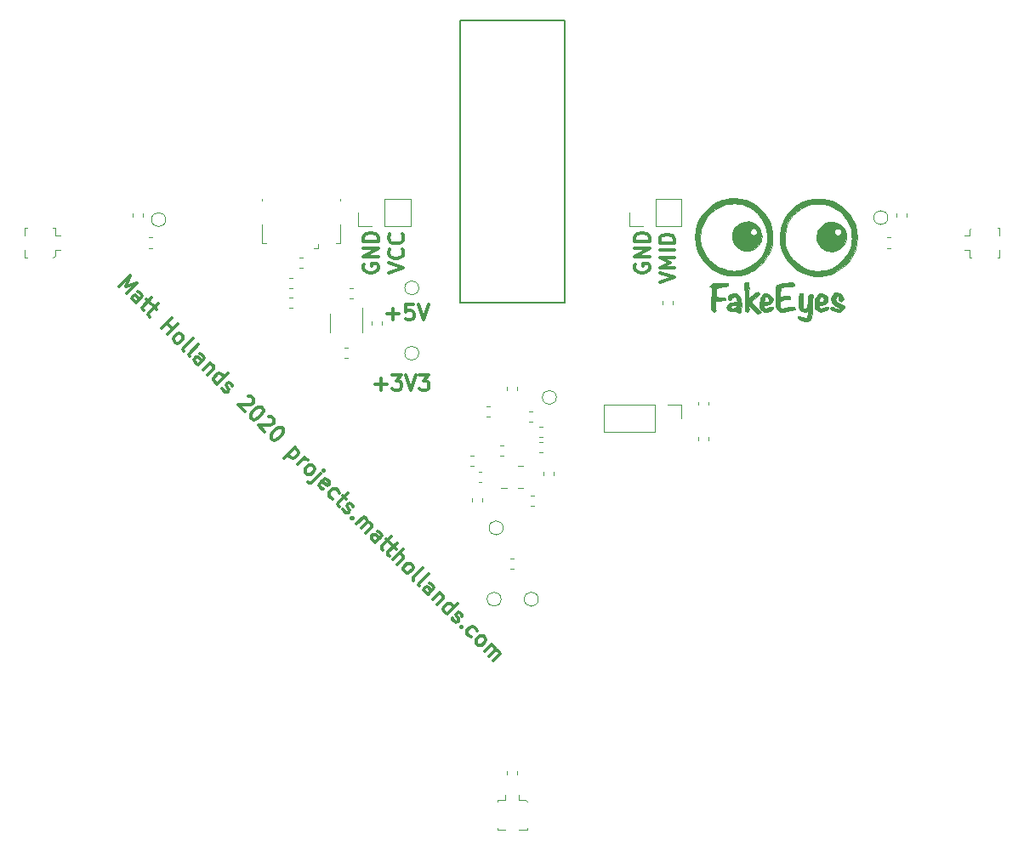
<source format=gbr>
G04 #@! TF.GenerationSoftware,KiCad,Pcbnew,(5.1.5-0-10_14)*
G04 #@! TF.CreationDate,2020-12-29T13:30:18-08:00*
G04 #@! TF.ProjectId,FakeEyes,46616b65-4579-4657-932e-6b696361645f,rev?*
G04 #@! TF.SameCoordinates,Original*
G04 #@! TF.FileFunction,Legend,Top*
G04 #@! TF.FilePolarity,Positive*
%FSLAX46Y46*%
G04 Gerber Fmt 4.6, Leading zero omitted, Abs format (unit mm)*
G04 Created by KiCad (PCBNEW (5.1.5-0-10_14)) date 2020-12-29 13:30:18*
%MOMM*%
%LPD*%
G04 APERTURE LIST*
%ADD10C,0.300000*%
%ADD11C,0.010000*%
%ADD12C,0.120000*%
%ADD13C,0.127000*%
G04 APERTURE END LIST*
D10*
X96357142Y-79107142D02*
X97500000Y-79107142D01*
X96928571Y-79678571D02*
X96928571Y-78535714D01*
X98071428Y-78178571D02*
X99000000Y-78178571D01*
X98500000Y-78750000D01*
X98714285Y-78750000D01*
X98857142Y-78821428D01*
X98928571Y-78892857D01*
X99000000Y-79035714D01*
X99000000Y-79392857D01*
X98928571Y-79535714D01*
X98857142Y-79607142D01*
X98714285Y-79678571D01*
X98285714Y-79678571D01*
X98142857Y-79607142D01*
X98071428Y-79535714D01*
X99428571Y-78178571D02*
X99928571Y-79678571D01*
X100428571Y-78178571D01*
X100785714Y-78178571D02*
X101714285Y-78178571D01*
X101214285Y-78750000D01*
X101428571Y-78750000D01*
X101571428Y-78821428D01*
X101642857Y-78892857D01*
X101714285Y-79035714D01*
X101714285Y-79392857D01*
X101642857Y-79535714D01*
X101571428Y-79607142D01*
X101428571Y-79678571D01*
X101000000Y-79678571D01*
X100857142Y-79607142D01*
X100785714Y-79535714D01*
X97571428Y-72107142D02*
X98714285Y-72107142D01*
X98142857Y-72678571D02*
X98142857Y-71535714D01*
X100142857Y-71178571D02*
X99428571Y-71178571D01*
X99357142Y-71892857D01*
X99428571Y-71821428D01*
X99571428Y-71750000D01*
X99928571Y-71750000D01*
X100071428Y-71821428D01*
X100142857Y-71892857D01*
X100214285Y-72035714D01*
X100214285Y-72392857D01*
X100142857Y-72535714D01*
X100071428Y-72607142D01*
X99928571Y-72678571D01*
X99571428Y-72678571D01*
X99428571Y-72607142D01*
X99357142Y-72535714D01*
X100642857Y-71178571D02*
X101142857Y-72678571D01*
X101642857Y-71178571D01*
X122250000Y-67142857D02*
X122178571Y-67285714D01*
X122178571Y-67500000D01*
X122250000Y-67714285D01*
X122392857Y-67857142D01*
X122535714Y-67928571D01*
X122821428Y-68000000D01*
X123035714Y-68000000D01*
X123321428Y-67928571D01*
X123464285Y-67857142D01*
X123607142Y-67714285D01*
X123678571Y-67500000D01*
X123678571Y-67357142D01*
X123607142Y-67142857D01*
X123535714Y-67071428D01*
X123035714Y-67071428D01*
X123035714Y-67357142D01*
X123678571Y-66428571D02*
X122178571Y-66428571D01*
X123678571Y-65571428D01*
X122178571Y-65571428D01*
X123678571Y-64857142D02*
X122178571Y-64857142D01*
X122178571Y-64500000D01*
X122250000Y-64285714D01*
X122392857Y-64142857D01*
X122535714Y-64071428D01*
X122821428Y-64000000D01*
X123035714Y-64000000D01*
X123321428Y-64071428D01*
X123464285Y-64142857D01*
X123607142Y-64285714D01*
X123678571Y-64500000D01*
X123678571Y-64857142D01*
X124678571Y-68964285D02*
X126178571Y-68464285D01*
X124678571Y-67964285D01*
X126178571Y-67464285D02*
X124678571Y-67464285D01*
X125750000Y-66964285D01*
X124678571Y-66464285D01*
X126178571Y-66464285D01*
X126178571Y-65750000D02*
X124678571Y-65750000D01*
X126178571Y-65035714D02*
X124678571Y-65035714D01*
X124678571Y-64678571D01*
X124750000Y-64464285D01*
X124892857Y-64321428D01*
X125035714Y-64250000D01*
X125321428Y-64178571D01*
X125535714Y-64178571D01*
X125821428Y-64250000D01*
X125964285Y-64321428D01*
X126107142Y-64464285D01*
X126178571Y-64678571D01*
X126178571Y-65035714D01*
X95250000Y-67142857D02*
X95178571Y-67285714D01*
X95178571Y-67500000D01*
X95250000Y-67714285D01*
X95392857Y-67857142D01*
X95535714Y-67928571D01*
X95821428Y-68000000D01*
X96035714Y-68000000D01*
X96321428Y-67928571D01*
X96464285Y-67857142D01*
X96607142Y-67714285D01*
X96678571Y-67500000D01*
X96678571Y-67357142D01*
X96607142Y-67142857D01*
X96535714Y-67071428D01*
X96035714Y-67071428D01*
X96035714Y-67357142D01*
X96678571Y-66428571D02*
X95178571Y-66428571D01*
X96678571Y-65571428D01*
X95178571Y-65571428D01*
X96678571Y-64857142D02*
X95178571Y-64857142D01*
X95178571Y-64500000D01*
X95250000Y-64285714D01*
X95392857Y-64142857D01*
X95535714Y-64071428D01*
X95821428Y-64000000D01*
X96035714Y-64000000D01*
X96321428Y-64071428D01*
X96464285Y-64142857D01*
X96607142Y-64285714D01*
X96678571Y-64500000D01*
X96678571Y-64857142D01*
X97678571Y-68000000D02*
X99178571Y-67500000D01*
X97678571Y-67000000D01*
X99035714Y-65642857D02*
X99107142Y-65714285D01*
X99178571Y-65928571D01*
X99178571Y-66071428D01*
X99107142Y-66285714D01*
X98964285Y-66428571D01*
X98821428Y-66500000D01*
X98535714Y-66571428D01*
X98321428Y-66571428D01*
X98035714Y-66500000D01*
X97892857Y-66428571D01*
X97750000Y-66285714D01*
X97678571Y-66071428D01*
X97678571Y-65928571D01*
X97750000Y-65714285D01*
X97821428Y-65642857D01*
X99035714Y-64142857D02*
X99107142Y-64214285D01*
X99178571Y-64428571D01*
X99178571Y-64571428D01*
X99107142Y-64785714D01*
X98964285Y-64928571D01*
X98821428Y-65000000D01*
X98535714Y-65071428D01*
X98321428Y-65071428D01*
X98035714Y-65000000D01*
X97892857Y-64928571D01*
X97750000Y-64785714D01*
X97678571Y-64571428D01*
X97678571Y-64428571D01*
X97750000Y-64214285D01*
X97821428Y-64142857D01*
X70882863Y-69342508D02*
X71943523Y-68281847D01*
X71539462Y-69393015D01*
X72650630Y-68988954D01*
X71589969Y-70049614D01*
X72549614Y-71009259D02*
X73105198Y-70453675D01*
X73155706Y-70302152D01*
X73105198Y-70150630D01*
X72903168Y-69948599D01*
X72751645Y-69898091D01*
X72600122Y-70958752D02*
X72448599Y-70908244D01*
X72196061Y-70655706D01*
X72145553Y-70504183D01*
X72196061Y-70352660D01*
X72297076Y-70251645D01*
X72448599Y-70201137D01*
X72600122Y-70251645D01*
X72852660Y-70504183D01*
X73004183Y-70554691D01*
X73610274Y-70655706D02*
X74014335Y-71059767D01*
X74115351Y-70453675D02*
X73206213Y-71362813D01*
X73155706Y-71514335D01*
X73206213Y-71665858D01*
X73307229Y-71766874D01*
X74216366Y-71261797D02*
X74620427Y-71665858D01*
X74721442Y-71059767D02*
X73812305Y-71968904D01*
X73761797Y-72120427D01*
X73812305Y-72271950D01*
X73913320Y-72372965D01*
X75074996Y-73534641D02*
X76135656Y-72473980D01*
X75630580Y-72979057D02*
X76236671Y-73585148D01*
X75681087Y-74140732D02*
X76741747Y-73080072D01*
X76337686Y-74797331D02*
X76287179Y-74645808D01*
X76287179Y-74544793D01*
X76337686Y-74393270D01*
X76640732Y-74090224D01*
X76792255Y-74039717D01*
X76893270Y-74039717D01*
X77044793Y-74090224D01*
X77196316Y-74241747D01*
X77246824Y-74393270D01*
X77246824Y-74494285D01*
X77196316Y-74645808D01*
X76893270Y-74948854D01*
X76741747Y-74999362D01*
X76640732Y-74999362D01*
X76489209Y-74948854D01*
X76337686Y-74797331D01*
X77297331Y-75756976D02*
X77246824Y-75605453D01*
X77297331Y-75453930D01*
X78206469Y-74544793D01*
X77852915Y-76312560D02*
X77802408Y-76161037D01*
X77852915Y-76009514D01*
X78762052Y-75100377D01*
X78711545Y-77171190D02*
X79267129Y-76615606D01*
X79317636Y-76464083D01*
X79267129Y-76312560D01*
X79065098Y-76110530D01*
X78913575Y-76060022D01*
X78762052Y-77120682D02*
X78610530Y-77070174D01*
X78357991Y-76817636D01*
X78307484Y-76666113D01*
X78357991Y-76514591D01*
X78459007Y-76413575D01*
X78610530Y-76363068D01*
X78762052Y-76413575D01*
X79014591Y-76666113D01*
X79166113Y-76716621D01*
X79923728Y-76969159D02*
X79216621Y-77676266D01*
X79822713Y-77070174D02*
X79923728Y-77070174D01*
X80075251Y-77120682D01*
X80226774Y-77272205D01*
X80277281Y-77423728D01*
X80226774Y-77575251D01*
X79671190Y-78130835D01*
X80630835Y-79090480D02*
X81691495Y-78029819D01*
X80681342Y-79039972D02*
X80529819Y-78989464D01*
X80327789Y-78787434D01*
X80277281Y-78635911D01*
X80277281Y-78534896D01*
X80327789Y-78383373D01*
X80630835Y-78080327D01*
X80782358Y-78029819D01*
X80883373Y-78029819D01*
X81034896Y-78080327D01*
X81236926Y-78282358D01*
X81287434Y-78433880D01*
X81135911Y-79494541D02*
X81186419Y-79646063D01*
X81388449Y-79848094D01*
X81539972Y-79898602D01*
X81691495Y-79848094D01*
X81742002Y-79797586D01*
X81792510Y-79646063D01*
X81742002Y-79494541D01*
X81590480Y-79343018D01*
X81539972Y-79191495D01*
X81590480Y-79039972D01*
X81640987Y-78989464D01*
X81792510Y-78938957D01*
X81944033Y-78989464D01*
X82095556Y-79140987D01*
X82146063Y-79292510D01*
X83711800Y-80252155D02*
X83812815Y-80252155D01*
X83964338Y-80302663D01*
X84216876Y-80555201D01*
X84267384Y-80706724D01*
X84267384Y-80807739D01*
X84216876Y-80959262D01*
X84115861Y-81060277D01*
X83913830Y-81161292D01*
X82701647Y-81161292D01*
X83358247Y-81817891D01*
X85075506Y-81413830D02*
X85176521Y-81514846D01*
X85227029Y-81666369D01*
X85227029Y-81767384D01*
X85176521Y-81918907D01*
X85024998Y-82171445D01*
X84772460Y-82423983D01*
X84519922Y-82575506D01*
X84368399Y-82626013D01*
X84267384Y-82626013D01*
X84115861Y-82575506D01*
X84014846Y-82474491D01*
X83964338Y-82322968D01*
X83964338Y-82221952D01*
X84014846Y-82070430D01*
X84166369Y-81817891D01*
X84418907Y-81565353D01*
X84671445Y-81413830D01*
X84822968Y-81363323D01*
X84923983Y-81363323D01*
X85075506Y-81413830D01*
X85732105Y-82272460D02*
X85833120Y-82272460D01*
X85984643Y-82322968D01*
X86237181Y-82575506D01*
X86287689Y-82727029D01*
X86287689Y-82828044D01*
X86237181Y-82979567D01*
X86136166Y-83080582D01*
X85934136Y-83181597D01*
X84721952Y-83181597D01*
X85378552Y-83838197D01*
X87095811Y-83434136D02*
X87196826Y-83535151D01*
X87247334Y-83686674D01*
X87247334Y-83787689D01*
X87196826Y-83939212D01*
X87045303Y-84191750D01*
X86792765Y-84444288D01*
X86540227Y-84595811D01*
X86388704Y-84646319D01*
X86287689Y-84646319D01*
X86136166Y-84595811D01*
X86035151Y-84494796D01*
X85984643Y-84343273D01*
X85984643Y-84242258D01*
X86035151Y-84090735D01*
X86186674Y-83838197D01*
X86439212Y-83585658D01*
X86691750Y-83434136D01*
X86843273Y-83383628D01*
X86944288Y-83383628D01*
X87095811Y-83434136D01*
X88358502Y-85403933D02*
X87297841Y-86464593D01*
X88307994Y-85454441D02*
X88459517Y-85504948D01*
X88661547Y-85706979D01*
X88712055Y-85858502D01*
X88712055Y-85959517D01*
X88661547Y-86111040D01*
X88358502Y-86414086D01*
X88206979Y-86464593D01*
X88105963Y-86464593D01*
X87954441Y-86414086D01*
X87752410Y-86212055D01*
X87701902Y-86060532D01*
X88611040Y-87070685D02*
X89318147Y-86363578D01*
X89116116Y-86565608D02*
X89267639Y-86515101D01*
X89368654Y-86515101D01*
X89520177Y-86565608D01*
X89621192Y-86666624D01*
X89419162Y-87878807D02*
X89368654Y-87727284D01*
X89368654Y-87626269D01*
X89419162Y-87474746D01*
X89722208Y-87171700D01*
X89873730Y-87121192D01*
X89974746Y-87121192D01*
X90126269Y-87171700D01*
X90277791Y-87323223D01*
X90328299Y-87474746D01*
X90328299Y-87575761D01*
X90277791Y-87727284D01*
X89974746Y-88030330D01*
X89823223Y-88080837D01*
X89722208Y-88080837D01*
X89570685Y-88030330D01*
X89419162Y-87878807D01*
X90934391Y-87979822D02*
X90025253Y-88888959D01*
X89873730Y-88939467D01*
X89722208Y-88888959D01*
X89671700Y-88838452D01*
X91287944Y-87626269D02*
X91186929Y-87626269D01*
X91186929Y-87727284D01*
X91287944Y-87727284D01*
X91287944Y-87626269D01*
X91186929Y-87727284D01*
X91186929Y-89545558D02*
X91035406Y-89495051D01*
X90833375Y-89293020D01*
X90782868Y-89141497D01*
X90833375Y-88989975D01*
X91237436Y-88585913D01*
X91388959Y-88535406D01*
X91540482Y-88585913D01*
X91742513Y-88787944D01*
X91793020Y-88939467D01*
X91742513Y-89090990D01*
X91641497Y-89192005D01*
X91035406Y-88787944D01*
X92146574Y-90505203D02*
X91995051Y-90454696D01*
X91793020Y-90252665D01*
X91742513Y-90101142D01*
X91742513Y-90000127D01*
X91793020Y-89848604D01*
X92096066Y-89545558D01*
X92247589Y-89495051D01*
X92348604Y-89495051D01*
X92500127Y-89545558D01*
X92702158Y-89747589D01*
X92752665Y-89899112D01*
X93106219Y-90151650D02*
X93510280Y-90555711D01*
X93611295Y-89949619D02*
X92702158Y-90858757D01*
X92651650Y-91010280D01*
X92702158Y-91161802D01*
X92803173Y-91262818D01*
X93156726Y-91515356D02*
X93207234Y-91666879D01*
X93409264Y-91868909D01*
X93560787Y-91919417D01*
X93712310Y-91868909D01*
X93762818Y-91818402D01*
X93813325Y-91666879D01*
X93762818Y-91515356D01*
X93611295Y-91363833D01*
X93560787Y-91212310D01*
X93611295Y-91060787D01*
X93661802Y-91010280D01*
X93813325Y-90959772D01*
X93964848Y-91010280D01*
X94116371Y-91161802D01*
X94166879Y-91313325D01*
X94116371Y-92373986D02*
X94116371Y-92475001D01*
X94015356Y-92475001D01*
X94015356Y-92373986D01*
X94116371Y-92373986D01*
X94015356Y-92475001D01*
X94520432Y-92980077D02*
X95227539Y-92272970D01*
X95126524Y-92373986D02*
X95227539Y-92373986D01*
X95379062Y-92424493D01*
X95530585Y-92576016D01*
X95581092Y-92727539D01*
X95530585Y-92879062D01*
X94975001Y-93434646D01*
X95530585Y-92879062D02*
X95682108Y-92828554D01*
X95833630Y-92879062D01*
X95985153Y-93030585D01*
X96035661Y-93182108D01*
X95985153Y-93333630D01*
X95429569Y-93889214D01*
X96389214Y-94848859D02*
X96944798Y-94293275D01*
X96995306Y-94141752D01*
X96944798Y-93990230D01*
X96742768Y-93788199D01*
X96591245Y-93737691D01*
X96439722Y-94798352D02*
X96288199Y-94747844D01*
X96035661Y-94495306D01*
X95985153Y-94343783D01*
X96035661Y-94192260D01*
X96136676Y-94091245D01*
X96288199Y-94040737D01*
X96439722Y-94091245D01*
X96692260Y-94343783D01*
X96843783Y-94394291D01*
X97449875Y-94495306D02*
X97853936Y-94899367D01*
X97954951Y-94293275D02*
X97045813Y-95202413D01*
X96995306Y-95353936D01*
X97045813Y-95505458D01*
X97146829Y-95606474D01*
X98055966Y-95101397D02*
X98460027Y-95505458D01*
X98561042Y-94899367D02*
X97651905Y-95808504D01*
X97601397Y-95960027D01*
X97651905Y-96111550D01*
X97752920Y-96212565D01*
X98106474Y-96566119D02*
X99167134Y-95505458D01*
X98561042Y-97020687D02*
X99116626Y-96465103D01*
X99167134Y-96313580D01*
X99116626Y-96162058D01*
X98965103Y-96010535D01*
X98813580Y-95960027D01*
X98712565Y-95960027D01*
X99217641Y-97677286D02*
X99167134Y-97525764D01*
X99167134Y-97424748D01*
X99217641Y-97273225D01*
X99520687Y-96970180D01*
X99672210Y-96919672D01*
X99773225Y-96919672D01*
X99924748Y-96970180D01*
X100076271Y-97121702D01*
X100126779Y-97273225D01*
X100126779Y-97374241D01*
X100076271Y-97525764D01*
X99773225Y-97828809D01*
X99621702Y-97879317D01*
X99520687Y-97879317D01*
X99369164Y-97828809D01*
X99217641Y-97677286D01*
X100177286Y-98636931D02*
X100126779Y-98485408D01*
X100177286Y-98333886D01*
X101086424Y-97424748D01*
X100732870Y-99192515D02*
X100682363Y-99040992D01*
X100732870Y-98889469D01*
X101642008Y-97980332D01*
X101591500Y-100051145D02*
X102147084Y-99495561D01*
X102197591Y-99344038D01*
X102147084Y-99192515D01*
X101945053Y-98990485D01*
X101793530Y-98939977D01*
X101642008Y-100000637D02*
X101490485Y-99950130D01*
X101237947Y-99697591D01*
X101187439Y-99546069D01*
X101237947Y-99394546D01*
X101338962Y-99293530D01*
X101490485Y-99243023D01*
X101642008Y-99293530D01*
X101894546Y-99546069D01*
X102046069Y-99596576D01*
X102803683Y-99849114D02*
X102096576Y-100556221D01*
X102702668Y-99950130D02*
X102803683Y-99950130D01*
X102955206Y-100000637D01*
X103106729Y-100152160D01*
X103157236Y-100303683D01*
X103106729Y-100455206D01*
X102551145Y-101010790D01*
X103510790Y-101970435D02*
X104571450Y-100909775D01*
X103561297Y-101919927D02*
X103409775Y-101869419D01*
X103207744Y-101667389D01*
X103157236Y-101515866D01*
X103157236Y-101414851D01*
X103207744Y-101263328D01*
X103510790Y-100960282D01*
X103662313Y-100909775D01*
X103763328Y-100909775D01*
X103914851Y-100960282D01*
X104116881Y-101162313D01*
X104167389Y-101313836D01*
X104015866Y-102374496D02*
X104066374Y-102526019D01*
X104268404Y-102728049D01*
X104419927Y-102778557D01*
X104571450Y-102728049D01*
X104621958Y-102677541D01*
X104672465Y-102526019D01*
X104621958Y-102374496D01*
X104470435Y-102222973D01*
X104419927Y-102071450D01*
X104470435Y-101919927D01*
X104520942Y-101869419D01*
X104672465Y-101818912D01*
X104823988Y-101869419D01*
X104975511Y-102020942D01*
X105026019Y-102172465D01*
X104975511Y-103233125D02*
X104975511Y-103334141D01*
X104874496Y-103334141D01*
X104874496Y-103233125D01*
X104975511Y-103233125D01*
X104874496Y-103334141D01*
X105884648Y-104243278D02*
X105733125Y-104192770D01*
X105531095Y-103990740D01*
X105480587Y-103839217D01*
X105480587Y-103738202D01*
X105531095Y-103586679D01*
X105834141Y-103283633D01*
X105985664Y-103233125D01*
X106086679Y-103233125D01*
X106238202Y-103283633D01*
X106440232Y-103485664D01*
X106490740Y-103637186D01*
X106440232Y-104899877D02*
X106389725Y-104748354D01*
X106389725Y-104647339D01*
X106440232Y-104495816D01*
X106743278Y-104192770D01*
X106894801Y-104142263D01*
X106995816Y-104142263D01*
X107147339Y-104192770D01*
X107298862Y-104344293D01*
X107349369Y-104495816D01*
X107349369Y-104596831D01*
X107298862Y-104748354D01*
X106995816Y-105051400D01*
X106844293Y-105101908D01*
X106743278Y-105101908D01*
X106591755Y-105051400D01*
X106440232Y-104899877D01*
X107248354Y-105707999D02*
X107955461Y-105000892D01*
X107854446Y-105101908D02*
X107955461Y-105101908D01*
X108106984Y-105152415D01*
X108258507Y-105303938D01*
X108309014Y-105455461D01*
X108258507Y-105606984D01*
X107702923Y-106162568D01*
X108258507Y-105606984D02*
X108410030Y-105556476D01*
X108561553Y-105606984D01*
X108713075Y-105758507D01*
X108763583Y-105910030D01*
X108713075Y-106061553D01*
X108157491Y-106617136D01*
D11*
G36*
X133657010Y-62898014D02*
G01*
X133817827Y-62947447D01*
X133954729Y-63005605D01*
X134296347Y-63207982D01*
X134556215Y-63469901D01*
X134731729Y-63787337D01*
X134820285Y-64156264D01*
X134831135Y-64360704D01*
X134819204Y-64603515D01*
X134778026Y-64797353D01*
X134697746Y-64991275D01*
X134489719Y-65308978D01*
X134219903Y-65555621D01*
X133903802Y-65725951D01*
X133556917Y-65814716D01*
X133194753Y-65816662D01*
X132832813Y-65726537D01*
X132700445Y-65668000D01*
X132387882Y-65467743D01*
X132154721Y-65213033D01*
X131986165Y-64887488D01*
X131979368Y-64869594D01*
X131892561Y-64501617D01*
X131900823Y-64133220D01*
X131988555Y-63823982D01*
X133664269Y-63823982D01*
X133674243Y-63994715D01*
X133754296Y-64138205D01*
X133892923Y-64229557D01*
X134012400Y-64249200D01*
X134161561Y-64214752D01*
X134266400Y-64147600D01*
X134357384Y-63997247D01*
X134364585Y-63836143D01*
X134299329Y-63689261D01*
X134172944Y-63581573D01*
X133996758Y-63538054D01*
X133989880Y-63538000D01*
X133828331Y-63568984D01*
X133735880Y-63650903D01*
X133664269Y-63823982D01*
X131988555Y-63823982D01*
X132000556Y-63781682D01*
X132188167Y-63464279D01*
X132297737Y-63339778D01*
X132555385Y-63117433D01*
X132819891Y-62977364D01*
X133125305Y-62903951D01*
X133281029Y-62888768D01*
X133494534Y-62881308D01*
X133657010Y-62898014D01*
G37*
X133657010Y-62898014D02*
X133817827Y-62947447D01*
X133954729Y-63005605D01*
X134296347Y-63207982D01*
X134556215Y-63469901D01*
X134731729Y-63787337D01*
X134820285Y-64156264D01*
X134831135Y-64360704D01*
X134819204Y-64603515D01*
X134778026Y-64797353D01*
X134697746Y-64991275D01*
X134489719Y-65308978D01*
X134219903Y-65555621D01*
X133903802Y-65725951D01*
X133556917Y-65814716D01*
X133194753Y-65816662D01*
X132832813Y-65726537D01*
X132700445Y-65668000D01*
X132387882Y-65467743D01*
X132154721Y-65213033D01*
X131986165Y-64887488D01*
X131979368Y-64869594D01*
X131892561Y-64501617D01*
X131900823Y-64133220D01*
X131988555Y-63823982D01*
X133664269Y-63823982D01*
X133674243Y-63994715D01*
X133754296Y-64138205D01*
X133892923Y-64229557D01*
X134012400Y-64249200D01*
X134161561Y-64214752D01*
X134266400Y-64147600D01*
X134357384Y-63997247D01*
X134364585Y-63836143D01*
X134299329Y-63689261D01*
X134172944Y-63581573D01*
X133996758Y-63538054D01*
X133989880Y-63538000D01*
X133828331Y-63568984D01*
X133735880Y-63650903D01*
X133664269Y-63823982D01*
X131988555Y-63823982D01*
X132000556Y-63781682D01*
X132188167Y-63464279D01*
X132297737Y-63339778D01*
X132555385Y-63117433D01*
X132819891Y-62977364D01*
X133125305Y-62903951D01*
X133281029Y-62888768D01*
X133494534Y-62881308D01*
X133657010Y-62898014D01*
G36*
X142274036Y-62991273D02*
G01*
X142418618Y-63052596D01*
X142736588Y-63261225D01*
X142983391Y-63533626D01*
X143152871Y-63855498D01*
X143238873Y-64212536D01*
X143235242Y-64590437D01*
X143184368Y-64832082D01*
X143058152Y-65112509D01*
X142858770Y-65377332D01*
X142611139Y-65601132D01*
X142340178Y-65758489D01*
X142241359Y-65794083D01*
X141846452Y-65865862D01*
X141476297Y-65839525D01*
X141268462Y-65777389D01*
X140960505Y-65626665D01*
X140724222Y-65436429D01*
X140573062Y-65249125D01*
X140409059Y-64952762D01*
X140323981Y-64644607D01*
X140304831Y-64353207D01*
X140353022Y-63992981D01*
X140381933Y-63922266D01*
X142058986Y-63922266D01*
X142079243Y-64040995D01*
X142172929Y-64180464D01*
X142322082Y-64260519D01*
X142494483Y-64273064D01*
X142657914Y-64210005D01*
X142681231Y-64192232D01*
X142763199Y-64065717D01*
X142776064Y-63906186D01*
X142727452Y-63747220D01*
X142624988Y-63622400D01*
X142541795Y-63578182D01*
X142359524Y-63563033D01*
X142204779Y-63628857D01*
X142097840Y-63755365D01*
X142058986Y-63922266D01*
X140381933Y-63922266D01*
X140484941Y-63670320D01*
X140687003Y-63393582D01*
X140945626Y-63171125D01*
X141247224Y-63011308D01*
X141578214Y-62922488D01*
X141925013Y-62913023D01*
X142274036Y-62991273D01*
G37*
X142274036Y-62991273D02*
X142418618Y-63052596D01*
X142736588Y-63261225D01*
X142983391Y-63533626D01*
X143152871Y-63855498D01*
X143238873Y-64212536D01*
X143235242Y-64590437D01*
X143184368Y-64832082D01*
X143058152Y-65112509D01*
X142858770Y-65377332D01*
X142611139Y-65601132D01*
X142340178Y-65758489D01*
X142241359Y-65794083D01*
X141846452Y-65865862D01*
X141476297Y-65839525D01*
X141268462Y-65777389D01*
X140960505Y-65626665D01*
X140724222Y-65436429D01*
X140573062Y-65249125D01*
X140409059Y-64952762D01*
X140323981Y-64644607D01*
X140304831Y-64353207D01*
X140353022Y-63992981D01*
X140381933Y-63922266D01*
X142058986Y-63922266D01*
X142079243Y-64040995D01*
X142172929Y-64180464D01*
X142322082Y-64260519D01*
X142494483Y-64273064D01*
X142657914Y-64210005D01*
X142681231Y-64192232D01*
X142763199Y-64065717D01*
X142776064Y-63906186D01*
X142727452Y-63747220D01*
X142624988Y-63622400D01*
X142541795Y-63578182D01*
X142359524Y-63563033D01*
X142204779Y-63628857D01*
X142097840Y-63755365D01*
X142058986Y-63922266D01*
X140381933Y-63922266D01*
X140484941Y-63670320D01*
X140687003Y-63393582D01*
X140945626Y-63171125D01*
X141247224Y-63011308D01*
X141578214Y-62922488D01*
X141925013Y-62913023D01*
X142274036Y-62991273D01*
G36*
X132700295Y-60623166D02*
G01*
X133247907Y-60757393D01*
X133764912Y-60963018D01*
X134012582Y-61096187D01*
X134517684Y-61452593D01*
X134952289Y-61874638D01*
X135312269Y-62352153D01*
X135593495Y-62874972D01*
X135791837Y-63432927D01*
X135903167Y-64015851D01*
X135923356Y-64613576D01*
X135848275Y-65215936D01*
X135787575Y-65467009D01*
X135628335Y-65932651D01*
X135416712Y-66351786D01*
X135137669Y-66749442D01*
X134776170Y-67150651D01*
X134776088Y-67150734D01*
X134556924Y-67366633D01*
X134378533Y-67526408D01*
X134214308Y-67649973D01*
X134037636Y-67757244D01*
X133821909Y-67868133D01*
X133809200Y-67874335D01*
X133568334Y-67984767D01*
X133322270Y-68086139D01*
X133108668Y-68163385D01*
X133021800Y-68189313D01*
X132787765Y-68234476D01*
X132493607Y-68267931D01*
X132173819Y-68288011D01*
X131862895Y-68293051D01*
X131595329Y-68281383D01*
X131463807Y-68264568D01*
X130843087Y-68105837D01*
X130280856Y-67865911D01*
X129770264Y-67541398D01*
X129440193Y-67262362D01*
X129014280Y-66804793D01*
X128681905Y-66317447D01*
X128436558Y-65788249D01*
X128271733Y-65205125D01*
X128239999Y-65035737D01*
X128187786Y-64429638D01*
X128194197Y-64346608D01*
X128717130Y-64346608D01*
X128726175Y-64738526D01*
X128767938Y-65099714D01*
X128803539Y-65265200D01*
X128994667Y-65799037D01*
X129270668Y-66288855D01*
X129621529Y-66725319D01*
X130037239Y-67099092D01*
X130507785Y-67400840D01*
X131023157Y-67621226D01*
X131447000Y-67730118D01*
X131798088Y-67782222D01*
X132108426Y-67794473D01*
X132430184Y-67767009D01*
X132640800Y-67733259D01*
X133206363Y-67581907D01*
X133728314Y-67340491D01*
X134199342Y-67012953D01*
X134497254Y-66731984D01*
X134853130Y-66283072D01*
X135121691Y-65795106D01*
X135303064Y-65279244D01*
X135397377Y-64746645D01*
X135404757Y-64208466D01*
X135325334Y-63675866D01*
X135159234Y-63160004D01*
X134906586Y-62672039D01*
X134567518Y-62223127D01*
X134444068Y-62092827D01*
X134058456Y-61750916D01*
X133653840Y-61486339D01*
X133194758Y-61276171D01*
X133161070Y-61263430D01*
X132863224Y-61181452D01*
X132502113Y-61126998D01*
X132112733Y-61101761D01*
X131730082Y-61107437D01*
X131389157Y-61145719D01*
X131267538Y-61171748D01*
X130716041Y-61362896D01*
X130213821Y-61638862D01*
X129768923Y-61991608D01*
X129389392Y-62413093D01*
X129083275Y-62895279D01*
X128858616Y-63430126D01*
X128797790Y-63639600D01*
X128740952Y-63966214D01*
X128717130Y-64346608D01*
X128194197Y-64346608D01*
X128234025Y-63830827D01*
X128375593Y-63248810D01*
X128609364Y-62693092D01*
X128932217Y-62173178D01*
X129334593Y-61704993D01*
X129803001Y-61300684D01*
X130312343Y-60986197D01*
X130870101Y-60757888D01*
X131483759Y-60612114D01*
X131620796Y-60591596D01*
X132148962Y-60566010D01*
X132700295Y-60623166D01*
G37*
X132700295Y-60623166D02*
X133247907Y-60757393D01*
X133764912Y-60963018D01*
X134012582Y-61096187D01*
X134517684Y-61452593D01*
X134952289Y-61874638D01*
X135312269Y-62352153D01*
X135593495Y-62874972D01*
X135791837Y-63432927D01*
X135903167Y-64015851D01*
X135923356Y-64613576D01*
X135848275Y-65215936D01*
X135787575Y-65467009D01*
X135628335Y-65932651D01*
X135416712Y-66351786D01*
X135137669Y-66749442D01*
X134776170Y-67150651D01*
X134776088Y-67150734D01*
X134556924Y-67366633D01*
X134378533Y-67526408D01*
X134214308Y-67649973D01*
X134037636Y-67757244D01*
X133821909Y-67868133D01*
X133809200Y-67874335D01*
X133568334Y-67984767D01*
X133322270Y-68086139D01*
X133108668Y-68163385D01*
X133021800Y-68189313D01*
X132787765Y-68234476D01*
X132493607Y-68267931D01*
X132173819Y-68288011D01*
X131862895Y-68293051D01*
X131595329Y-68281383D01*
X131463807Y-68264568D01*
X130843087Y-68105837D01*
X130280856Y-67865911D01*
X129770264Y-67541398D01*
X129440193Y-67262362D01*
X129014280Y-66804793D01*
X128681905Y-66317447D01*
X128436558Y-65788249D01*
X128271733Y-65205125D01*
X128239999Y-65035737D01*
X128187786Y-64429638D01*
X128194197Y-64346608D01*
X128717130Y-64346608D01*
X128726175Y-64738526D01*
X128767938Y-65099714D01*
X128803539Y-65265200D01*
X128994667Y-65799037D01*
X129270668Y-66288855D01*
X129621529Y-66725319D01*
X130037239Y-67099092D01*
X130507785Y-67400840D01*
X131023157Y-67621226D01*
X131447000Y-67730118D01*
X131798088Y-67782222D01*
X132108426Y-67794473D01*
X132430184Y-67767009D01*
X132640800Y-67733259D01*
X133206363Y-67581907D01*
X133728314Y-67340491D01*
X134199342Y-67012953D01*
X134497254Y-66731984D01*
X134853130Y-66283072D01*
X135121691Y-65795106D01*
X135303064Y-65279244D01*
X135397377Y-64746645D01*
X135404757Y-64208466D01*
X135325334Y-63675866D01*
X135159234Y-63160004D01*
X134906586Y-62672039D01*
X134567518Y-62223127D01*
X134444068Y-62092827D01*
X134058456Y-61750916D01*
X133653840Y-61486339D01*
X133194758Y-61276171D01*
X133161070Y-61263430D01*
X132863224Y-61181452D01*
X132502113Y-61126998D01*
X132112733Y-61101761D01*
X131730082Y-61107437D01*
X131389157Y-61145719D01*
X131267538Y-61171748D01*
X130716041Y-61362896D01*
X130213821Y-61638862D01*
X129768923Y-61991608D01*
X129389392Y-62413093D01*
X129083275Y-62895279D01*
X128858616Y-63430126D01*
X128797790Y-63639600D01*
X128740952Y-63966214D01*
X128717130Y-64346608D01*
X128194197Y-64346608D01*
X128234025Y-63830827D01*
X128375593Y-63248810D01*
X128609364Y-62693092D01*
X128932217Y-62173178D01*
X129334593Y-61704993D01*
X129803001Y-61300684D01*
X130312343Y-60986197D01*
X130870101Y-60757888D01*
X131483759Y-60612114D01*
X131620796Y-60591596D01*
X132148962Y-60566010D01*
X132700295Y-60623166D01*
G36*
X140871074Y-60619923D02*
G01*
X141463368Y-60728106D01*
X142028920Y-60927562D01*
X142557076Y-61213202D01*
X143037183Y-61579935D01*
X143458588Y-62022671D01*
X143594039Y-62199913D01*
X143914797Y-62729083D01*
X144144077Y-63290438D01*
X144281979Y-63873082D01*
X144328606Y-64466114D01*
X144284059Y-65058634D01*
X144148440Y-65639744D01*
X143921849Y-66198545D01*
X143604390Y-66724136D01*
X143551214Y-66796422D01*
X143156013Y-67240233D01*
X142693813Y-67619510D01*
X142179607Y-67926164D01*
X141628387Y-68152107D01*
X141055145Y-68289251D01*
X140718000Y-68324946D01*
X140524215Y-68327872D01*
X140281019Y-68320729D01*
X140039935Y-68305060D01*
X140032200Y-68304379D01*
X139458997Y-68202927D01*
X138906059Y-68004452D01*
X138381560Y-67712810D01*
X137893678Y-67331857D01*
X137815530Y-67259028D01*
X137385000Y-66785048D01*
X137049884Y-66276328D01*
X136809613Y-65731437D01*
X136663615Y-65148942D01*
X136611321Y-64527413D01*
X136617309Y-64251528D01*
X136617723Y-64248359D01*
X137121263Y-64248359D01*
X137131285Y-64804428D01*
X137191603Y-65178971D01*
X137355533Y-65702273D01*
X137604992Y-66194645D01*
X137928715Y-66641517D01*
X138315435Y-67028320D01*
X138753886Y-67340485D01*
X138940629Y-67440895D01*
X139169825Y-67546092D01*
X139403320Y-67641485D01*
X139600733Y-67710907D01*
X139651200Y-67725393D01*
X139904922Y-67770246D01*
X140221186Y-67794782D01*
X140562968Y-67798930D01*
X140893248Y-67782619D01*
X141175003Y-67745776D01*
X141253426Y-67728495D01*
X141790337Y-67542048D01*
X142284903Y-67270481D01*
X142727366Y-66923769D01*
X143107967Y-66511889D01*
X143416949Y-66044816D01*
X143644551Y-65532527D01*
X143743603Y-65182843D01*
X143791945Y-64907401D01*
X143810919Y-64626153D01*
X143803517Y-64293412D01*
X143802762Y-64279270D01*
X143734599Y-63724757D01*
X143589203Y-63224579D01*
X143359736Y-62763525D01*
X143039360Y-62326385D01*
X142816263Y-62084920D01*
X142584492Y-61866817D01*
X142362806Y-61698670D01*
X142106618Y-61548465D01*
X141978063Y-61483056D01*
X141447082Y-61263584D01*
X140929299Y-61139485D01*
X140409393Y-61108615D01*
X139872046Y-61168832D01*
X139814158Y-61180317D01*
X139265281Y-61342179D01*
X138764764Y-61586103D01*
X138318751Y-61902719D01*
X137933385Y-62282663D01*
X137614810Y-62716565D01*
X137369169Y-63195060D01*
X137202605Y-63708781D01*
X137121263Y-64248359D01*
X136617723Y-64248359D01*
X136697575Y-63637461D01*
X136870022Y-63054949D01*
X137128695Y-62513021D01*
X137467643Y-62020707D01*
X137880913Y-61587037D01*
X138362552Y-61221041D01*
X138762200Y-60997769D01*
X139168945Y-60822050D01*
X139553198Y-60704898D01*
X139960225Y-60634557D01*
X140262689Y-60608104D01*
X140871074Y-60619923D01*
G37*
X140871074Y-60619923D02*
X141463368Y-60728106D01*
X142028920Y-60927562D01*
X142557076Y-61213202D01*
X143037183Y-61579935D01*
X143458588Y-62022671D01*
X143594039Y-62199913D01*
X143914797Y-62729083D01*
X144144077Y-63290438D01*
X144281979Y-63873082D01*
X144328606Y-64466114D01*
X144284059Y-65058634D01*
X144148440Y-65639744D01*
X143921849Y-66198545D01*
X143604390Y-66724136D01*
X143551214Y-66796422D01*
X143156013Y-67240233D01*
X142693813Y-67619510D01*
X142179607Y-67926164D01*
X141628387Y-68152107D01*
X141055145Y-68289251D01*
X140718000Y-68324946D01*
X140524215Y-68327872D01*
X140281019Y-68320729D01*
X140039935Y-68305060D01*
X140032200Y-68304379D01*
X139458997Y-68202927D01*
X138906059Y-68004452D01*
X138381560Y-67712810D01*
X137893678Y-67331857D01*
X137815530Y-67259028D01*
X137385000Y-66785048D01*
X137049884Y-66276328D01*
X136809613Y-65731437D01*
X136663615Y-65148942D01*
X136611321Y-64527413D01*
X136617309Y-64251528D01*
X136617723Y-64248359D01*
X137121263Y-64248359D01*
X137131285Y-64804428D01*
X137191603Y-65178971D01*
X137355533Y-65702273D01*
X137604992Y-66194645D01*
X137928715Y-66641517D01*
X138315435Y-67028320D01*
X138753886Y-67340485D01*
X138940629Y-67440895D01*
X139169825Y-67546092D01*
X139403320Y-67641485D01*
X139600733Y-67710907D01*
X139651200Y-67725393D01*
X139904922Y-67770246D01*
X140221186Y-67794782D01*
X140562968Y-67798930D01*
X140893248Y-67782619D01*
X141175003Y-67745776D01*
X141253426Y-67728495D01*
X141790337Y-67542048D01*
X142284903Y-67270481D01*
X142727366Y-66923769D01*
X143107967Y-66511889D01*
X143416949Y-66044816D01*
X143644551Y-65532527D01*
X143743603Y-65182843D01*
X143791945Y-64907401D01*
X143810919Y-64626153D01*
X143803517Y-64293412D01*
X143802762Y-64279270D01*
X143734599Y-63724757D01*
X143589203Y-63224579D01*
X143359736Y-62763525D01*
X143039360Y-62326385D01*
X142816263Y-62084920D01*
X142584492Y-61866817D01*
X142362806Y-61698670D01*
X142106618Y-61548465D01*
X141978063Y-61483056D01*
X141447082Y-61263584D01*
X140929299Y-61139485D01*
X140409393Y-61108615D01*
X139872046Y-61168832D01*
X139814158Y-61180317D01*
X139265281Y-61342179D01*
X138764764Y-61586103D01*
X138318751Y-61902719D01*
X137933385Y-62282663D01*
X137614810Y-62716565D01*
X137369169Y-63195060D01*
X137202605Y-63708781D01*
X137121263Y-64248359D01*
X136617723Y-64248359D01*
X136697575Y-63637461D01*
X136870022Y-63054949D01*
X137128695Y-62513021D01*
X137467643Y-62020707D01*
X137880913Y-61587037D01*
X138362552Y-61221041D01*
X138762200Y-60997769D01*
X139168945Y-60822050D01*
X139553198Y-60704898D01*
X139960225Y-60634557D01*
X140262689Y-60608104D01*
X140871074Y-60619923D01*
G36*
X140881021Y-70059619D02*
G01*
X140950642Y-70087754D01*
X141204089Y-70235481D01*
X141364134Y-70411814D01*
X141428067Y-70613589D01*
X141429200Y-70646114D01*
X141384510Y-70869616D01*
X141257235Y-71043311D01*
X141057564Y-71158806D01*
X140795684Y-71207711D01*
X140745922Y-71208800D01*
X140585037Y-71223982D01*
X140517866Y-71274682D01*
X140540397Y-71368633D01*
X140611007Y-71468755D01*
X140707214Y-71587566D01*
X140980289Y-71474383D01*
X141208120Y-71393977D01*
X141379359Y-71362766D01*
X141481106Y-71382624D01*
X141496437Y-71399300D01*
X141500566Y-71496622D01*
X141430173Y-71611324D01*
X141303555Y-71719468D01*
X141214160Y-71768582D01*
X140944091Y-71850337D01*
X140673268Y-71860427D01*
X140433484Y-71798898D01*
X140373833Y-71767386D01*
X140249274Y-71665388D01*
X140163895Y-71549577D01*
X140157933Y-71535669D01*
X140113935Y-71316813D01*
X140115695Y-71045285D01*
X140157336Y-70757470D01*
X140567221Y-70757470D01*
X140590373Y-70858346D01*
X140599466Y-70870133D01*
X140691467Y-70901854D01*
X140825580Y-70888724D01*
X140924539Y-70851412D01*
X140998502Y-70761756D01*
X141022735Y-70628643D01*
X140992746Y-70499591D01*
X140961840Y-70456960D01*
X140847468Y-70401237D01*
X140718452Y-70412855D01*
X140622569Y-70486630D01*
X140618187Y-70494260D01*
X140577295Y-70619976D01*
X140567221Y-70757470D01*
X140157336Y-70757470D01*
X140157544Y-70756036D01*
X140233815Y-70484019D01*
X140338838Y-70264184D01*
X140371629Y-70218004D01*
X140522035Y-70073998D01*
X140684997Y-70022741D01*
X140881021Y-70059619D01*
G37*
X140881021Y-70059619D02*
X140950642Y-70087754D01*
X141204089Y-70235481D01*
X141364134Y-70411814D01*
X141428067Y-70613589D01*
X141429200Y-70646114D01*
X141384510Y-70869616D01*
X141257235Y-71043311D01*
X141057564Y-71158806D01*
X140795684Y-71207711D01*
X140745922Y-71208800D01*
X140585037Y-71223982D01*
X140517866Y-71274682D01*
X140540397Y-71368633D01*
X140611007Y-71468755D01*
X140707214Y-71587566D01*
X140980289Y-71474383D01*
X141208120Y-71393977D01*
X141379359Y-71362766D01*
X141481106Y-71382624D01*
X141496437Y-71399300D01*
X141500566Y-71496622D01*
X141430173Y-71611324D01*
X141303555Y-71719468D01*
X141214160Y-71768582D01*
X140944091Y-71850337D01*
X140673268Y-71860427D01*
X140433484Y-71798898D01*
X140373833Y-71767386D01*
X140249274Y-71665388D01*
X140163895Y-71549577D01*
X140157933Y-71535669D01*
X140113935Y-71316813D01*
X140115695Y-71045285D01*
X140157336Y-70757470D01*
X140567221Y-70757470D01*
X140590373Y-70858346D01*
X140599466Y-70870133D01*
X140691467Y-70901854D01*
X140825580Y-70888724D01*
X140924539Y-70851412D01*
X140998502Y-70761756D01*
X141022735Y-70628643D01*
X140992746Y-70499591D01*
X140961840Y-70456960D01*
X140847468Y-70401237D01*
X140718452Y-70412855D01*
X140622569Y-70486630D01*
X140618187Y-70494260D01*
X140577295Y-70619976D01*
X140567221Y-70757470D01*
X140157336Y-70757470D01*
X140157544Y-70756036D01*
X140233815Y-70484019D01*
X140338838Y-70264184D01*
X140371629Y-70218004D01*
X140522035Y-70073998D01*
X140684997Y-70022741D01*
X140881021Y-70059619D01*
G36*
X135314544Y-70027751D02*
G01*
X135394026Y-70057292D01*
X135629654Y-70179966D01*
X135821332Y-70342267D01*
X135941538Y-70520457D01*
X135947103Y-70534317D01*
X135967047Y-70660870D01*
X135923550Y-70807937D01*
X135905853Y-70845427D01*
X135754714Y-71043234D01*
X135536957Y-71169223D01*
X135263737Y-71216960D01*
X135262004Y-71216996D01*
X135101202Y-71233945D01*
X135034357Y-71282681D01*
X135056313Y-71372652D01*
X135124607Y-71468755D01*
X135220814Y-71587566D01*
X135493889Y-71474383D01*
X135664972Y-71411640D01*
X135814831Y-71370539D01*
X135883656Y-71361200D01*
X135966842Y-71378239D01*
X135988248Y-71449492D01*
X135984274Y-71500900D01*
X135922501Y-71627196D01*
X135784062Y-71734015D01*
X135593160Y-71814033D01*
X135374000Y-71859926D01*
X135150786Y-71864371D01*
X134947721Y-71820043D01*
X134939821Y-71816935D01*
X134837425Y-71743977D01*
X134734740Y-71624667D01*
X134721337Y-71604255D01*
X134642652Y-71394894D01*
X134620596Y-71133176D01*
X134649404Y-70846931D01*
X134672772Y-70757470D01*
X135080821Y-70757470D01*
X135103973Y-70858346D01*
X135113066Y-70870133D01*
X135205067Y-70901854D01*
X135339180Y-70888724D01*
X135438139Y-70851412D01*
X135512102Y-70761756D01*
X135536335Y-70628643D01*
X135506346Y-70499591D01*
X135475440Y-70456960D01*
X135361068Y-70401237D01*
X135232052Y-70412855D01*
X135136169Y-70486630D01*
X135131787Y-70494260D01*
X135090895Y-70619976D01*
X135080821Y-70757470D01*
X134672772Y-70757470D01*
X134723313Y-70563988D01*
X134836560Y-70312177D01*
X134983381Y-70119327D01*
X135038426Y-70073217D01*
X135129436Y-70014698D01*
X135207268Y-70000179D01*
X135314544Y-70027751D01*
G37*
X135314544Y-70027751D02*
X135394026Y-70057292D01*
X135629654Y-70179966D01*
X135821332Y-70342267D01*
X135941538Y-70520457D01*
X135947103Y-70534317D01*
X135967047Y-70660870D01*
X135923550Y-70807937D01*
X135905853Y-70845427D01*
X135754714Y-71043234D01*
X135536957Y-71169223D01*
X135263737Y-71216960D01*
X135262004Y-71216996D01*
X135101202Y-71233945D01*
X135034357Y-71282681D01*
X135056313Y-71372652D01*
X135124607Y-71468755D01*
X135220814Y-71587566D01*
X135493889Y-71474383D01*
X135664972Y-71411640D01*
X135814831Y-71370539D01*
X135883656Y-71361200D01*
X135966842Y-71378239D01*
X135988248Y-71449492D01*
X135984274Y-71500900D01*
X135922501Y-71627196D01*
X135784062Y-71734015D01*
X135593160Y-71814033D01*
X135374000Y-71859926D01*
X135150786Y-71864371D01*
X134947721Y-71820043D01*
X134939821Y-71816935D01*
X134837425Y-71743977D01*
X134734740Y-71624667D01*
X134721337Y-71604255D01*
X134642652Y-71394894D01*
X134620596Y-71133176D01*
X134649404Y-70846931D01*
X134672772Y-70757470D01*
X135080821Y-70757470D01*
X135103973Y-70858346D01*
X135113066Y-70870133D01*
X135205067Y-70901854D01*
X135339180Y-70888724D01*
X135438139Y-70851412D01*
X135512102Y-70761756D01*
X135536335Y-70628643D01*
X135506346Y-70499591D01*
X135475440Y-70456960D01*
X135361068Y-70401237D01*
X135232052Y-70412855D01*
X135136169Y-70486630D01*
X135131787Y-70494260D01*
X135090895Y-70619976D01*
X135080821Y-70757470D01*
X134672772Y-70757470D01*
X134723313Y-70563988D01*
X134836560Y-70312177D01*
X134983381Y-70119327D01*
X135038426Y-70073217D01*
X135129436Y-70014698D01*
X135207268Y-70000179D01*
X135314544Y-70027751D01*
G36*
X130154868Y-69025753D02*
G01*
X130256836Y-69054248D01*
X130391934Y-69062347D01*
X130584395Y-69050139D01*
X130778613Y-69028004D01*
X131091851Y-69000257D01*
X131314951Y-69008489D01*
X131453250Y-69053942D01*
X131512086Y-69137858D01*
X131512825Y-69198713D01*
X131491579Y-69255675D01*
X131433012Y-69293480D01*
X131315134Y-69320563D01*
X131136254Y-69343169D01*
X130914954Y-69373194D01*
X130698677Y-69412186D01*
X130552449Y-69446889D01*
X130424593Y-69488541D01*
X130353935Y-69538791D01*
X130316909Y-69628294D01*
X130289949Y-69787706D01*
X130289831Y-69788519D01*
X130269071Y-69983065D01*
X130261501Y-70167200D01*
X130264036Y-70241457D01*
X130278600Y-70417115D01*
X130664442Y-70419257D01*
X130924266Y-70433157D01*
X131095955Y-70474514D01*
X131190371Y-70547940D01*
X131218400Y-70654380D01*
X131208375Y-70697925D01*
X131166103Y-70726685D01*
X131073287Y-70744652D01*
X130911631Y-70755818D01*
X130723100Y-70762460D01*
X130227800Y-70777000D01*
X130212876Y-71175515D01*
X130212536Y-71412931D01*
X130230698Y-71577262D01*
X130257196Y-71645415D01*
X130283889Y-71736123D01*
X130229180Y-71815944D01*
X130112753Y-71863749D01*
X130048749Y-71869200D01*
X129939385Y-71847321D01*
X129872816Y-71762843D01*
X129851769Y-71709219D01*
X129814928Y-71535655D01*
X129799205Y-71283091D01*
X129804621Y-70945853D01*
X129831194Y-70518268D01*
X129856776Y-70221609D01*
X129880947Y-69940208D01*
X129891994Y-69745572D01*
X129889904Y-69623713D01*
X129874663Y-69560644D01*
X129856121Y-69543973D01*
X129761925Y-69486394D01*
X129677765Y-69398483D01*
X129643600Y-69324482D01*
X129684717Y-69270273D01*
X129770600Y-69218356D01*
X129864275Y-69154434D01*
X129897600Y-69095443D01*
X129934967Y-69010258D01*
X130039246Y-68992574D01*
X130154868Y-69025753D01*
G37*
X130154868Y-69025753D02*
X130256836Y-69054248D01*
X130391934Y-69062347D01*
X130584395Y-69050139D01*
X130778613Y-69028004D01*
X131091851Y-69000257D01*
X131314951Y-69008489D01*
X131453250Y-69053942D01*
X131512086Y-69137858D01*
X131512825Y-69198713D01*
X131491579Y-69255675D01*
X131433012Y-69293480D01*
X131315134Y-69320563D01*
X131136254Y-69343169D01*
X130914954Y-69373194D01*
X130698677Y-69412186D01*
X130552449Y-69446889D01*
X130424593Y-69488541D01*
X130353935Y-69538791D01*
X130316909Y-69628294D01*
X130289949Y-69787706D01*
X130289831Y-69788519D01*
X130269071Y-69983065D01*
X130261501Y-70167200D01*
X130264036Y-70241457D01*
X130278600Y-70417115D01*
X130664442Y-70419257D01*
X130924266Y-70433157D01*
X131095955Y-70474514D01*
X131190371Y-70547940D01*
X131218400Y-70654380D01*
X131208375Y-70697925D01*
X131166103Y-70726685D01*
X131073287Y-70744652D01*
X130911631Y-70755818D01*
X130723100Y-70762460D01*
X130227800Y-70777000D01*
X130212876Y-71175515D01*
X130212536Y-71412931D01*
X130230698Y-71577262D01*
X130257196Y-71645415D01*
X130283889Y-71736123D01*
X130229180Y-71815944D01*
X130112753Y-71863749D01*
X130048749Y-71869200D01*
X129939385Y-71847321D01*
X129872816Y-71762843D01*
X129851769Y-71709219D01*
X129814928Y-71535655D01*
X129799205Y-71283091D01*
X129804621Y-70945853D01*
X129831194Y-70518268D01*
X129856776Y-70221609D01*
X129880947Y-69940208D01*
X129891994Y-69745572D01*
X129889904Y-69623713D01*
X129874663Y-69560644D01*
X129856121Y-69543973D01*
X129761925Y-69486394D01*
X129677765Y-69398483D01*
X129643600Y-69324482D01*
X129684717Y-69270273D01*
X129770600Y-69218356D01*
X129864275Y-69154434D01*
X129897600Y-69095443D01*
X129934967Y-69010258D01*
X130039246Y-68992574D01*
X130154868Y-69025753D01*
G36*
X142541115Y-70028226D02*
G01*
X142728294Y-70128236D01*
X142873316Y-70267250D01*
X142943372Y-70408409D01*
X142965433Y-70604447D01*
X142923155Y-70754076D01*
X142824253Y-70839727D01*
X142748028Y-70853200D01*
X142623553Y-70832482D01*
X142553460Y-70757909D01*
X142524975Y-70610856D01*
X142522350Y-70524161D01*
X142510231Y-70385334D01*
X142467405Y-70318958D01*
X142423157Y-70302737D01*
X142312620Y-70325918D01*
X142230884Y-70429220D01*
X142192424Y-70592179D01*
X142191200Y-70630622D01*
X142207090Y-70742718D01*
X142264537Y-70839632D01*
X142378205Y-70934656D01*
X142562757Y-71041084D01*
X142740906Y-71128982D01*
X142946769Y-71242482D01*
X143060060Y-71348477D01*
X143088022Y-71458438D01*
X143037894Y-71583837D01*
X143032905Y-71591579D01*
X142865051Y-71760782D01*
X142640858Y-71864808D01*
X142387859Y-71895828D01*
X142135626Y-71846779D01*
X141892270Y-71747208D01*
X141736625Y-71661054D01*
X141657123Y-71580142D01*
X141641951Y-71497967D01*
X141696920Y-71404657D01*
X141805544Y-71367813D01*
X141934791Y-71390902D01*
X142032889Y-71456889D01*
X142155387Y-71538617D01*
X142309251Y-71590291D01*
X142456364Y-71603973D01*
X142558607Y-71571725D01*
X142563294Y-71567345D01*
X142589853Y-71505699D01*
X142529896Y-71438088D01*
X142524390Y-71433980D01*
X142412956Y-71376000D01*
X142343034Y-71361200D01*
X142230096Y-71321463D01*
X142091442Y-71219003D01*
X141952399Y-71078944D01*
X141838294Y-70926409D01*
X141778407Y-70801095D01*
X141746602Y-70650931D01*
X141759334Y-70515652D01*
X141804485Y-70378493D01*
X141879274Y-70220624D01*
X141965042Y-70091338D01*
X141994085Y-70060292D01*
X142147265Y-69984446D01*
X142338524Y-69977027D01*
X142541115Y-70028226D01*
G37*
X142541115Y-70028226D02*
X142728294Y-70128236D01*
X142873316Y-70267250D01*
X142943372Y-70408409D01*
X142965433Y-70604447D01*
X142923155Y-70754076D01*
X142824253Y-70839727D01*
X142748028Y-70853200D01*
X142623553Y-70832482D01*
X142553460Y-70757909D01*
X142524975Y-70610856D01*
X142522350Y-70524161D01*
X142510231Y-70385334D01*
X142467405Y-70318958D01*
X142423157Y-70302737D01*
X142312620Y-70325918D01*
X142230884Y-70429220D01*
X142192424Y-70592179D01*
X142191200Y-70630622D01*
X142207090Y-70742718D01*
X142264537Y-70839632D01*
X142378205Y-70934656D01*
X142562757Y-71041084D01*
X142740906Y-71128982D01*
X142946769Y-71242482D01*
X143060060Y-71348477D01*
X143088022Y-71458438D01*
X143037894Y-71583837D01*
X143032905Y-71591579D01*
X142865051Y-71760782D01*
X142640858Y-71864808D01*
X142387859Y-71895828D01*
X142135626Y-71846779D01*
X141892270Y-71747208D01*
X141736625Y-71661054D01*
X141657123Y-71580142D01*
X141641951Y-71497967D01*
X141696920Y-71404657D01*
X141805544Y-71367813D01*
X141934791Y-71390902D01*
X142032889Y-71456889D01*
X142155387Y-71538617D01*
X142309251Y-71590291D01*
X142456364Y-71603973D01*
X142558607Y-71571725D01*
X142563294Y-71567345D01*
X142589853Y-71505699D01*
X142529896Y-71438088D01*
X142524390Y-71433980D01*
X142412956Y-71376000D01*
X142343034Y-71361200D01*
X142230096Y-71321463D01*
X142091442Y-71219003D01*
X141952399Y-71078944D01*
X141838294Y-70926409D01*
X141778407Y-70801095D01*
X141746602Y-70650931D01*
X141759334Y-70515652D01*
X141804485Y-70378493D01*
X141879274Y-70220624D01*
X141965042Y-70091338D01*
X141994085Y-70060292D01*
X142147265Y-69984446D01*
X142338524Y-69977027D01*
X142541115Y-70028226D01*
G36*
X137831244Y-68957680D02*
G01*
X137978774Y-69007864D01*
X138056664Y-69104794D01*
X138068077Y-69145699D01*
X138060033Y-69235004D01*
X137986426Y-69292058D01*
X137834987Y-69322219D01*
X137644600Y-69330638D01*
X137411116Y-69344173D01*
X137156558Y-69375307D01*
X137035541Y-69396888D01*
X136867563Y-69434739D01*
X136773163Y-69473061D01*
X136726269Y-69532135D01*
X136700808Y-69632246D01*
X136695568Y-69661371D01*
X136670399Y-69852891D01*
X136658976Y-70047461D01*
X136661313Y-70216654D01*
X136677424Y-70332040D01*
X136695228Y-70364684D01*
X136762949Y-70369593D01*
X136900334Y-70357771D01*
X137072776Y-70332555D01*
X137344602Y-70304221D01*
X137532219Y-70327976D01*
X137639341Y-70404998D01*
X137670000Y-70521910D01*
X137661805Y-70598194D01*
X137619810Y-70636073D01*
X137517896Y-70648849D01*
X137418500Y-70650000D01*
X137147543Y-70664273D01*
X136914314Y-70703667D01*
X136738090Y-70763040D01*
X136638147Y-70837252D01*
X136626014Y-70861345D01*
X136614001Y-70991064D01*
X136631258Y-71177951D01*
X136673753Y-71383187D01*
X136684042Y-71420007D01*
X136722444Y-71491633D01*
X136796310Y-71526852D01*
X136922787Y-71526843D01*
X137119019Y-71492788D01*
X137263330Y-71459867D01*
X137571086Y-71394599D01*
X137800284Y-71366755D01*
X137966633Y-71375859D01*
X138085843Y-71421436D01*
X138104790Y-71434424D01*
X138172192Y-71522283D01*
X138147142Y-71606062D01*
X138038622Y-71675864D01*
X137855612Y-71721791D01*
X137842385Y-71723581D01*
X137650160Y-71755614D01*
X137422492Y-71803453D01*
X137281667Y-71837881D01*
X137063415Y-71890806D01*
X136908884Y-71912399D01*
X136785231Y-71902927D01*
X136659618Y-71862659D01*
X136613723Y-71843348D01*
X136472095Y-71745005D01*
X136356912Y-71574520D01*
X136334323Y-71527837D01*
X136295088Y-71436632D01*
X136266577Y-71346763D01*
X136247389Y-71241052D01*
X136236124Y-71102323D01*
X136231379Y-70913396D01*
X136231754Y-70657093D01*
X136235798Y-70319800D01*
X136241433Y-70012078D01*
X136248943Y-69735732D01*
X136257657Y-69508252D01*
X136266902Y-69347129D01*
X136276007Y-69269853D01*
X136276137Y-69269429D01*
X136304928Y-69227423D01*
X136371467Y-69188567D01*
X136488115Y-69149497D01*
X136667232Y-69106847D01*
X136921176Y-69057251D01*
X137262309Y-68997342D01*
X137296882Y-68991470D01*
X137606479Y-68952721D01*
X137831244Y-68957680D01*
G37*
X137831244Y-68957680D02*
X137978774Y-69007864D01*
X138056664Y-69104794D01*
X138068077Y-69145699D01*
X138060033Y-69235004D01*
X137986426Y-69292058D01*
X137834987Y-69322219D01*
X137644600Y-69330638D01*
X137411116Y-69344173D01*
X137156558Y-69375307D01*
X137035541Y-69396888D01*
X136867563Y-69434739D01*
X136773163Y-69473061D01*
X136726269Y-69532135D01*
X136700808Y-69632246D01*
X136695568Y-69661371D01*
X136670399Y-69852891D01*
X136658976Y-70047461D01*
X136661313Y-70216654D01*
X136677424Y-70332040D01*
X136695228Y-70364684D01*
X136762949Y-70369593D01*
X136900334Y-70357771D01*
X137072776Y-70332555D01*
X137344602Y-70304221D01*
X137532219Y-70327976D01*
X137639341Y-70404998D01*
X137670000Y-70521910D01*
X137661805Y-70598194D01*
X137619810Y-70636073D01*
X137517896Y-70648849D01*
X137418500Y-70650000D01*
X137147543Y-70664273D01*
X136914314Y-70703667D01*
X136738090Y-70763040D01*
X136638147Y-70837252D01*
X136626014Y-70861345D01*
X136614001Y-70991064D01*
X136631258Y-71177951D01*
X136673753Y-71383187D01*
X136684042Y-71420007D01*
X136722444Y-71491633D01*
X136796310Y-71526852D01*
X136922787Y-71526843D01*
X137119019Y-71492788D01*
X137263330Y-71459867D01*
X137571086Y-71394599D01*
X137800284Y-71366755D01*
X137966633Y-71375859D01*
X138085843Y-71421436D01*
X138104790Y-71434424D01*
X138172192Y-71522283D01*
X138147142Y-71606062D01*
X138038622Y-71675864D01*
X137855612Y-71721791D01*
X137842385Y-71723581D01*
X137650160Y-71755614D01*
X137422492Y-71803453D01*
X137281667Y-71837881D01*
X137063415Y-71890806D01*
X136908884Y-71912399D01*
X136785231Y-71902927D01*
X136659618Y-71862659D01*
X136613723Y-71843348D01*
X136472095Y-71745005D01*
X136356912Y-71574520D01*
X136334323Y-71527837D01*
X136295088Y-71436632D01*
X136266577Y-71346763D01*
X136247389Y-71241052D01*
X136236124Y-71102323D01*
X136231379Y-70913396D01*
X136231754Y-70657093D01*
X136235798Y-70319800D01*
X136241433Y-70012078D01*
X136248943Y-69735732D01*
X136257657Y-69508252D01*
X136266902Y-69347129D01*
X136276007Y-69269853D01*
X136276137Y-69269429D01*
X136304928Y-69227423D01*
X136371467Y-69188567D01*
X136488115Y-69149497D01*
X136667232Y-69106847D01*
X136921176Y-69057251D01*
X137262309Y-68997342D01*
X137296882Y-68991470D01*
X137606479Y-68952721D01*
X137831244Y-68957680D01*
G36*
X132215261Y-70061504D02*
G01*
X132443135Y-70163972D01*
X132631970Y-70343753D01*
X132706532Y-70462720D01*
X132750311Y-70562854D01*
X132778898Y-70676016D01*
X132794945Y-70825141D01*
X132801105Y-71033165D01*
X132800529Y-71275520D01*
X132795862Y-71544378D01*
X132786362Y-71729482D01*
X132769613Y-71848648D01*
X132743199Y-71919692D01*
X132707968Y-71958100D01*
X132608215Y-72013781D01*
X132526422Y-71997122D01*
X132440927Y-71923327D01*
X132360586Y-71864814D01*
X132253901Y-71842545D01*
X132085500Y-71849549D01*
X132072627Y-71850751D01*
X131871005Y-71855857D01*
X131704752Y-71818007D01*
X131574000Y-71758524D01*
X131431700Y-71674519D01*
X131359263Y-71593963D01*
X131330773Y-71486403D01*
X131329126Y-71470748D01*
X131339226Y-71411074D01*
X131753113Y-71411074D01*
X131767923Y-71464959D01*
X131811346Y-71500877D01*
X131894929Y-71550729D01*
X131975665Y-71556333D01*
X132091131Y-71515717D01*
X132163222Y-71482411D01*
X132290042Y-71396177D01*
X132336000Y-71304611D01*
X132318772Y-71244066D01*
X132250293Y-71215695D01*
X132110280Y-71208800D01*
X131948316Y-71222353D01*
X131848445Y-71272230D01*
X131804517Y-71323077D01*
X131753113Y-71411074D01*
X131339226Y-71411074D01*
X131359278Y-71292606D01*
X131474024Y-71135153D01*
X131656758Y-71010133D01*
X131890868Y-70929287D01*
X132130776Y-70904000D01*
X132291434Y-70893985D01*
X132373554Y-70851621D01*
X132387769Y-70758430D01*
X132344711Y-70595935D01*
X132331030Y-70555980D01*
X132274857Y-70443147D01*
X132188238Y-70400570D01*
X132108650Y-70396000D01*
X131944990Y-70426147D01*
X131850614Y-70524692D01*
X131820332Y-70624600D01*
X131756879Y-70714062D01*
X131662895Y-70742232D01*
X131535326Y-70722334D01*
X131464045Y-70640905D01*
X131446915Y-70519534D01*
X131481798Y-70379813D01*
X131566557Y-70243330D01*
X131699056Y-70131677D01*
X131724737Y-70117459D01*
X131968934Y-70043587D01*
X132215261Y-70061504D01*
G37*
X132215261Y-70061504D02*
X132443135Y-70163972D01*
X132631970Y-70343753D01*
X132706532Y-70462720D01*
X132750311Y-70562854D01*
X132778898Y-70676016D01*
X132794945Y-70825141D01*
X132801105Y-71033165D01*
X132800529Y-71275520D01*
X132795862Y-71544378D01*
X132786362Y-71729482D01*
X132769613Y-71848648D01*
X132743199Y-71919692D01*
X132707968Y-71958100D01*
X132608215Y-72013781D01*
X132526422Y-71997122D01*
X132440927Y-71923327D01*
X132360586Y-71864814D01*
X132253901Y-71842545D01*
X132085500Y-71849549D01*
X132072627Y-71850751D01*
X131871005Y-71855857D01*
X131704752Y-71818007D01*
X131574000Y-71758524D01*
X131431700Y-71674519D01*
X131359263Y-71593963D01*
X131330773Y-71486403D01*
X131329126Y-71470748D01*
X131339226Y-71411074D01*
X131753113Y-71411074D01*
X131767923Y-71464959D01*
X131811346Y-71500877D01*
X131894929Y-71550729D01*
X131975665Y-71556333D01*
X132091131Y-71515717D01*
X132163222Y-71482411D01*
X132290042Y-71396177D01*
X132336000Y-71304611D01*
X132318772Y-71244066D01*
X132250293Y-71215695D01*
X132110280Y-71208800D01*
X131948316Y-71222353D01*
X131848445Y-71272230D01*
X131804517Y-71323077D01*
X131753113Y-71411074D01*
X131339226Y-71411074D01*
X131359278Y-71292606D01*
X131474024Y-71135153D01*
X131656758Y-71010133D01*
X131890868Y-70929287D01*
X132130776Y-70904000D01*
X132291434Y-70893985D01*
X132373554Y-70851621D01*
X132387769Y-70758430D01*
X132344711Y-70595935D01*
X132331030Y-70555980D01*
X132274857Y-70443147D01*
X132188238Y-70400570D01*
X132108650Y-70396000D01*
X131944990Y-70426147D01*
X131850614Y-70524692D01*
X131820332Y-70624600D01*
X131756879Y-70714062D01*
X131662895Y-70742232D01*
X131535326Y-70722334D01*
X131464045Y-70640905D01*
X131446915Y-70519534D01*
X131481798Y-70379813D01*
X131566557Y-70243330D01*
X131699056Y-70131677D01*
X131724737Y-70117459D01*
X131968934Y-70043587D01*
X132215261Y-70061504D01*
G36*
X133453499Y-68921699D02*
G01*
X133506772Y-68968143D01*
X133539850Y-69070663D01*
X133556798Y-69240983D01*
X133561682Y-69490826D01*
X133559256Y-69783867D01*
X133548444Y-70564305D01*
X133858996Y-70289652D01*
X134074569Y-70103583D01*
X134232091Y-69980963D01*
X134345673Y-69913723D01*
X134429425Y-69893793D01*
X134497461Y-69913104D01*
X134507261Y-69918936D01*
X134586902Y-70000083D01*
X134587066Y-70099474D01*
X134504105Y-70224570D01*
X134334367Y-70382832D01*
X134245614Y-70453795D01*
X134039071Y-70615868D01*
X133908045Y-70735129D01*
X133849057Y-70832654D01*
X133858627Y-70929523D01*
X133933277Y-71046814D01*
X134069525Y-71205604D01*
X134113368Y-71254891D01*
X134275280Y-71427941D01*
X134434097Y-71582239D01*
X134564212Y-71693452D01*
X134604839Y-71721892D01*
X134713522Y-71804011D01*
X134771455Y-71876915D01*
X134774400Y-71890589D01*
X134731898Y-71953821D01*
X134631158Y-72019540D01*
X134512324Y-72064874D01*
X134454509Y-72072829D01*
X134397529Y-72038086D01*
X134287457Y-71943155D01*
X134140107Y-71802510D01*
X133971290Y-71630628D01*
X133970076Y-71629354D01*
X133546752Y-71185450D01*
X133559798Y-71467100D01*
X133560717Y-71634174D01*
X133549143Y-71762817D01*
X133535624Y-71808975D01*
X133453225Y-71859758D01*
X133332862Y-71862770D01*
X133225489Y-71819396D01*
X133205412Y-71800004D01*
X133185144Y-71728646D01*
X133168684Y-71566434D01*
X133155919Y-71310869D01*
X133146734Y-70959456D01*
X133141016Y-70509697D01*
X133140016Y-70364904D01*
X133132047Y-68999000D01*
X133270104Y-68950150D01*
X133375965Y-68919609D01*
X133453499Y-68921699D01*
G37*
X133453499Y-68921699D02*
X133506772Y-68968143D01*
X133539850Y-69070663D01*
X133556798Y-69240983D01*
X133561682Y-69490826D01*
X133559256Y-69783867D01*
X133548444Y-70564305D01*
X133858996Y-70289652D01*
X134074569Y-70103583D01*
X134232091Y-69980963D01*
X134345673Y-69913723D01*
X134429425Y-69893793D01*
X134497461Y-69913104D01*
X134507261Y-69918936D01*
X134586902Y-70000083D01*
X134587066Y-70099474D01*
X134504105Y-70224570D01*
X134334367Y-70382832D01*
X134245614Y-70453795D01*
X134039071Y-70615868D01*
X133908045Y-70735129D01*
X133849057Y-70832654D01*
X133858627Y-70929523D01*
X133933277Y-71046814D01*
X134069525Y-71205604D01*
X134113368Y-71254891D01*
X134275280Y-71427941D01*
X134434097Y-71582239D01*
X134564212Y-71693452D01*
X134604839Y-71721892D01*
X134713522Y-71804011D01*
X134771455Y-71876915D01*
X134774400Y-71890589D01*
X134731898Y-71953821D01*
X134631158Y-72019540D01*
X134512324Y-72064874D01*
X134454509Y-72072829D01*
X134397529Y-72038086D01*
X134287457Y-71943155D01*
X134140107Y-71802510D01*
X133971290Y-71630628D01*
X133970076Y-71629354D01*
X133546752Y-71185450D01*
X133559798Y-71467100D01*
X133560717Y-71634174D01*
X133549143Y-71762817D01*
X133535624Y-71808975D01*
X133453225Y-71859758D01*
X133332862Y-71862770D01*
X133225489Y-71819396D01*
X133205412Y-71800004D01*
X133185144Y-71728646D01*
X133168684Y-71566434D01*
X133155919Y-71310869D01*
X133146734Y-70959456D01*
X133141016Y-70509697D01*
X133140016Y-70364904D01*
X133132047Y-68999000D01*
X133270104Y-68950150D01*
X133375965Y-68919609D01*
X133453499Y-68921699D01*
G36*
X138907155Y-70073421D02*
G01*
X138946950Y-70142589D01*
X138956776Y-70272651D01*
X138943198Y-70479908D01*
X138931558Y-70599200D01*
X138905222Y-70985108D01*
X138914429Y-71276691D01*
X138959462Y-71474910D01*
X139040603Y-71580724D01*
X139158135Y-71595093D01*
X139218338Y-71574127D01*
X139325477Y-71475901D01*
X139402270Y-71290604D01*
X139449665Y-71014680D01*
X139468608Y-70644578D01*
X139468714Y-70635089D01*
X139472729Y-70420298D01*
X139482787Y-70286061D01*
X139504155Y-70211334D01*
X139542099Y-70175075D01*
X139587700Y-70159682D01*
X139727319Y-70149819D01*
X139834322Y-70164196D01*
X139927405Y-70203994D01*
X139940351Y-70274468D01*
X139930870Y-70309403D01*
X139918035Y-70393606D01*
X139903525Y-70561626D01*
X139888469Y-70795719D01*
X139873999Y-71078141D01*
X139861244Y-71391148D01*
X139860337Y-71416844D01*
X139845063Y-71797382D01*
X139827091Y-72089993D01*
X139803250Y-72308349D01*
X139770370Y-72466121D01*
X139725281Y-72576982D01*
X139664811Y-72654604D01*
X139585792Y-72712659D01*
X139555962Y-72729394D01*
X139355908Y-72792566D01*
X139112415Y-72806396D01*
X138871988Y-72768800D01*
X138846976Y-72761195D01*
X138624256Y-72664706D01*
X138482533Y-72548329D01*
X138432011Y-72420490D01*
X138432000Y-72418532D01*
X138466509Y-72321048D01*
X138561996Y-72295921D01*
X138706398Y-72344881D01*
X138754206Y-72372259D01*
X138929365Y-72447957D01*
X139111476Y-72475659D01*
X139266788Y-72453735D01*
X139347798Y-72400914D01*
X139391166Y-72305451D01*
X139426131Y-72154087D01*
X139435908Y-72078763D01*
X139459379Y-71834497D01*
X139175407Y-71858046D01*
X139007584Y-71867117D01*
X138899022Y-71850158D01*
X138808134Y-71793487D01*
X138717075Y-71707235D01*
X138614498Y-71583422D01*
X138545557Y-71440629D01*
X138507021Y-71260413D01*
X138495661Y-71024329D01*
X138508244Y-70713933D01*
X138518541Y-70573800D01*
X138559000Y-70065800D01*
X138711400Y-70052565D01*
X138830827Y-70048846D01*
X138907155Y-70073421D01*
G37*
X138907155Y-70073421D02*
X138946950Y-70142589D01*
X138956776Y-70272651D01*
X138943198Y-70479908D01*
X138931558Y-70599200D01*
X138905222Y-70985108D01*
X138914429Y-71276691D01*
X138959462Y-71474910D01*
X139040603Y-71580724D01*
X139158135Y-71595093D01*
X139218338Y-71574127D01*
X139325477Y-71475901D01*
X139402270Y-71290604D01*
X139449665Y-71014680D01*
X139468608Y-70644578D01*
X139468714Y-70635089D01*
X139472729Y-70420298D01*
X139482787Y-70286061D01*
X139504155Y-70211334D01*
X139542099Y-70175075D01*
X139587700Y-70159682D01*
X139727319Y-70149819D01*
X139834322Y-70164196D01*
X139927405Y-70203994D01*
X139940351Y-70274468D01*
X139930870Y-70309403D01*
X139918035Y-70393606D01*
X139903525Y-70561626D01*
X139888469Y-70795719D01*
X139873999Y-71078141D01*
X139861244Y-71391148D01*
X139860337Y-71416844D01*
X139845063Y-71797382D01*
X139827091Y-72089993D01*
X139803250Y-72308349D01*
X139770370Y-72466121D01*
X139725281Y-72576982D01*
X139664811Y-72654604D01*
X139585792Y-72712659D01*
X139555962Y-72729394D01*
X139355908Y-72792566D01*
X139112415Y-72806396D01*
X138871988Y-72768800D01*
X138846976Y-72761195D01*
X138624256Y-72664706D01*
X138482533Y-72548329D01*
X138432011Y-72420490D01*
X138432000Y-72418532D01*
X138466509Y-72321048D01*
X138561996Y-72295921D01*
X138706398Y-72344881D01*
X138754206Y-72372259D01*
X138929365Y-72447957D01*
X139111476Y-72475659D01*
X139266788Y-72453735D01*
X139347798Y-72400914D01*
X139391166Y-72305451D01*
X139426131Y-72154087D01*
X139435908Y-72078763D01*
X139459379Y-71834497D01*
X139175407Y-71858046D01*
X139007584Y-71867117D01*
X138899022Y-71850158D01*
X138808134Y-71793487D01*
X138717075Y-71707235D01*
X138614498Y-71583422D01*
X138545557Y-71440629D01*
X138507021Y-71260413D01*
X138495661Y-71024329D01*
X138508244Y-70713933D01*
X138518541Y-70573800D01*
X138559000Y-70065800D01*
X138711400Y-70052565D01*
X138830827Y-70048846D01*
X138907155Y-70073421D01*
D12*
X147400000Y-62500000D02*
G75*
G03X147400000Y-62500000I-700000J0D01*
G01*
X109100000Y-93400000D02*
G75*
G03X109100000Y-93400000I-700000J0D01*
G01*
X114400000Y-80400000D02*
G75*
G03X114400000Y-80400000I-700000J0D01*
G01*
X100700000Y-76000000D02*
G75*
G03X100700000Y-76000000I-700000J0D01*
G01*
X100700000Y-69500000D02*
G75*
G03X100700000Y-69500000I-700000J0D01*
G01*
X94162779Y-69490000D02*
X93837221Y-69490000D01*
X94162779Y-70510000D02*
X93837221Y-70510000D01*
X89162779Y-67510000D02*
X88837221Y-67510000D01*
X89162779Y-66490000D02*
X88837221Y-66490000D01*
X88162779Y-68490000D02*
X87837221Y-68490000D01*
X88162779Y-69510000D02*
X87837221Y-69510000D01*
X88162779Y-71510000D02*
X87837221Y-71510000D01*
X88162779Y-70490000D02*
X87837221Y-70490000D01*
X93337221Y-75490000D02*
X93662779Y-75490000D01*
X93337221Y-76510000D02*
X93662779Y-76510000D01*
X97010000Y-73162779D02*
X97010000Y-72837221D01*
X95990000Y-73162779D02*
X95990000Y-72837221D01*
X92900000Y-65000000D02*
X92450000Y-65000000D01*
X92900000Y-63150000D02*
X92900000Y-65000000D01*
X85100000Y-60600000D02*
X85100000Y-60850000D01*
X92900000Y-60600000D02*
X92900000Y-60850000D01*
X85100000Y-63150000D02*
X85100000Y-65000000D01*
X85100000Y-65000000D02*
X85550000Y-65000000D01*
X90700000Y-65550000D02*
X90250000Y-65550000D01*
X90700000Y-65550000D02*
X90700000Y-65100000D01*
X94670000Y-63330000D02*
X94670000Y-62000000D01*
X96000000Y-63330000D02*
X94670000Y-63330000D01*
X97270000Y-63330000D02*
X97270000Y-60670000D01*
X97270000Y-60670000D02*
X99870000Y-60670000D01*
X97270000Y-63330000D02*
X99870000Y-63330000D01*
X99870000Y-63330000D02*
X99870000Y-60670000D01*
X126870000Y-63330000D02*
X126870000Y-60670000D01*
X124270000Y-63330000D02*
X126870000Y-63330000D01*
X124270000Y-60670000D02*
X126870000Y-60670000D01*
X124270000Y-63330000D02*
X124270000Y-60670000D01*
X123000000Y-63330000D02*
X121670000Y-63330000D01*
X121670000Y-63330000D02*
X121670000Y-62000000D01*
X61500000Y-66500000D02*
X61500000Y-65700000D01*
X61700000Y-66500000D02*
X61500000Y-66500000D01*
X61500000Y-63500000D02*
X61700000Y-63500000D01*
X61500000Y-64300000D02*
X61500000Y-63500000D01*
X64500000Y-63500000D02*
X64500000Y-64300000D01*
X64300000Y-63500000D02*
X64500000Y-63500000D01*
X64500000Y-66300000D02*
X64300000Y-66500000D01*
X64500000Y-65700000D02*
X64500000Y-66300000D01*
X64500000Y-65700000D02*
X65000000Y-65700000D01*
X64500000Y-64300000D02*
X65000000Y-64300000D01*
X155500000Y-65700000D02*
X155000000Y-65700000D01*
X155500000Y-64300000D02*
X155000000Y-64300000D01*
X155500000Y-64300000D02*
X155500000Y-63700000D01*
X155500000Y-63700000D02*
X155700000Y-63500000D01*
X155700000Y-66500000D02*
X155500000Y-66500000D01*
X155500000Y-66500000D02*
X155500000Y-65700000D01*
X158500000Y-65700000D02*
X158500000Y-66500000D01*
X158500000Y-66500000D02*
X158300000Y-66500000D01*
X158300000Y-63500000D02*
X158500000Y-63500000D01*
X158500000Y-63500000D02*
X158500000Y-64300000D01*
X119090000Y-81170000D02*
X119090000Y-83830000D01*
X124230000Y-81170000D02*
X119090000Y-81170000D01*
X124230000Y-83830000D02*
X119090000Y-83830000D01*
X124230000Y-81170000D02*
X124230000Y-83830000D01*
X125500000Y-81170000D02*
X126830000Y-81170000D01*
X126830000Y-81170000D02*
X126830000Y-82500000D01*
X129510000Y-80837221D02*
X129510000Y-81162779D01*
X128490000Y-80837221D02*
X128490000Y-81162779D01*
X128490000Y-84337221D02*
X128490000Y-84662779D01*
X129510000Y-84337221D02*
X129510000Y-84662779D01*
X109490000Y-79662779D02*
X109490000Y-79337221D01*
X110510000Y-79662779D02*
X110510000Y-79337221D01*
X126010000Y-70837221D02*
X126010000Y-71162779D01*
X124990000Y-70837221D02*
X124990000Y-71162779D01*
X109162779Y-85190000D02*
X108837221Y-85190000D01*
X109162779Y-86210000D02*
X108837221Y-86210000D01*
X107010000Y-90762779D02*
X107010000Y-90437221D01*
X105990000Y-90762779D02*
X105990000Y-90437221D01*
X112012779Y-82860000D02*
X111687221Y-82860000D01*
X112012779Y-81840000D02*
X111687221Y-81840000D01*
X112687221Y-85860000D02*
X113012779Y-85860000D01*
X112687221Y-84840000D02*
X113012779Y-84840000D01*
X113090000Y-88162779D02*
X113090000Y-87837221D01*
X114110000Y-88162779D02*
X114110000Y-87837221D01*
X111837221Y-91210000D02*
X112162779Y-91210000D01*
X111837221Y-90190000D02*
X112162779Y-90190000D01*
X91890000Y-72100000D02*
X91890000Y-73900000D01*
X95110000Y-73900000D02*
X95110000Y-71450000D01*
X109300000Y-120500000D02*
X109300000Y-120000000D01*
X110700000Y-120500000D02*
X110700000Y-120000000D01*
X110700000Y-120500000D02*
X111300000Y-120500000D01*
X111300000Y-120500000D02*
X111500000Y-120700000D01*
X108500000Y-120700000D02*
X108500000Y-120500000D01*
X108500000Y-120500000D02*
X109300000Y-120500000D01*
X109300000Y-123500000D02*
X108500000Y-123500000D01*
X108500000Y-123500000D02*
X108500000Y-123300000D01*
X111500000Y-123300000D02*
X111500000Y-123500000D01*
X111500000Y-123500000D02*
X110700000Y-123500000D01*
X109490000Y-117950279D02*
X109490000Y-117624721D01*
X110510000Y-117950279D02*
X110510000Y-117624721D01*
X106162779Y-86190000D02*
X105837221Y-86190000D01*
X106162779Y-87210000D02*
X105837221Y-87210000D01*
X106962779Y-88810000D02*
X106637221Y-88810000D01*
X106962779Y-87790000D02*
X106637221Y-87790000D01*
X73837221Y-65510000D02*
X74162779Y-65510000D01*
X73837221Y-64490000D02*
X74162779Y-64490000D01*
X147662779Y-65510000D02*
X147337221Y-65510000D01*
X147662779Y-64490000D02*
X147337221Y-64490000D01*
X112687221Y-84360000D02*
X113012779Y-84360000D01*
X112687221Y-83340000D02*
X113012779Y-83340000D01*
X110560000Y-87190000D02*
X111110000Y-87190000D01*
X109440000Y-89410000D02*
X108890000Y-89410000D01*
X110560000Y-89410000D02*
X111110000Y-89410000D01*
X75500000Y-62700000D02*
G75*
G03X75500000Y-62700000I-700000J0D01*
G01*
X109837221Y-96490000D02*
X110162779Y-96490000D01*
X109837221Y-97510000D02*
X110162779Y-97510000D01*
D13*
X115200000Y-42900000D02*
X115200000Y-71000000D01*
X115200000Y-71000000D02*
X104800000Y-71000000D01*
X104800000Y-71000000D02*
X104800000Y-42900000D01*
X104800000Y-42900000D02*
X115200000Y-42900000D01*
D12*
X107762779Y-82310000D02*
X107437221Y-82310000D01*
X107762779Y-81290000D02*
X107437221Y-81290000D01*
X108900000Y-100500000D02*
G75*
G03X108900000Y-100500000I-700000J0D01*
G01*
X112600000Y-100500000D02*
G75*
G03X112600000Y-100500000I-700000J0D01*
G01*
X73260000Y-62087221D02*
X73260000Y-62412779D01*
X72240000Y-62087221D02*
X72240000Y-62412779D01*
X148240000Y-62087221D02*
X148240000Y-62412779D01*
X149260000Y-62087221D02*
X149260000Y-62412779D01*
M02*

</source>
